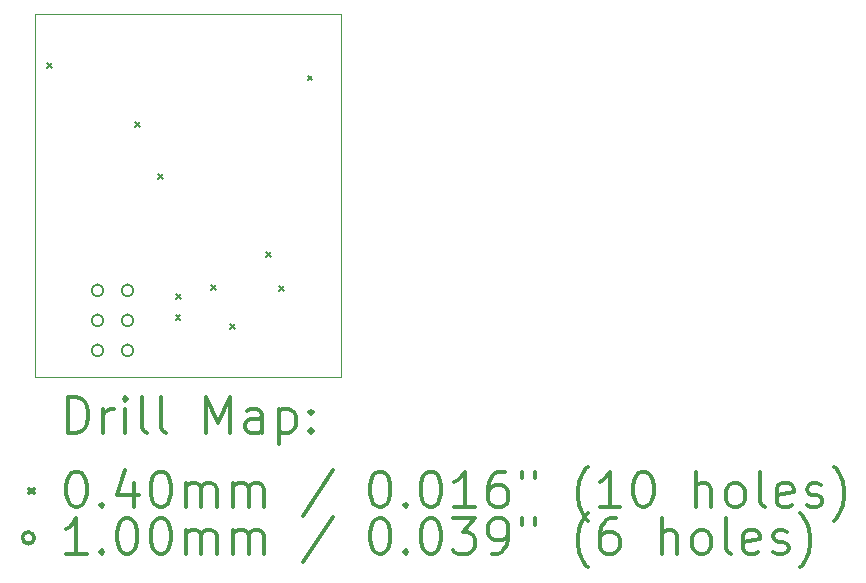
<source format=gbr>
%FSLAX45Y45*%
G04 Gerber Fmt 4.5, Leading zero omitted, Abs format (unit mm)*
G04 Created by KiCad (PCBNEW (5.1.9)-1) date 2021-01-02 03:10:12*
%MOMM*%
%LPD*%
G01*
G04 APERTURE LIST*
%TA.AperFunction,Profile*%
%ADD10C,0.050000*%
%TD*%
%ADD11C,0.200000*%
%ADD12C,0.300000*%
G04 APERTURE END LIST*
D10*
X4419600Y-17576800D02*
X7010400Y-17576800D01*
X4419600Y-14503400D02*
X4419600Y-17576800D01*
X7010400Y-14503400D02*
X4419600Y-14503400D01*
X7010400Y-17576800D02*
X7010400Y-14503400D01*
D11*
X4526600Y-14915200D02*
X4566600Y-14955200D01*
X4566600Y-14915200D02*
X4526600Y-14955200D01*
X5273066Y-15413334D02*
X5313066Y-15453334D01*
X5313066Y-15413334D02*
X5273066Y-15453334D01*
X5463566Y-15857834D02*
X5503566Y-15897834D01*
X5503566Y-15857834D02*
X5463566Y-15897834D01*
X5615564Y-17048560D02*
X5655564Y-17088560D01*
X5655564Y-17048560D02*
X5615564Y-17088560D01*
X5618800Y-16871000D02*
X5658800Y-16911000D01*
X5658800Y-16871000D02*
X5618800Y-16911000D01*
X5916750Y-16794800D02*
X5956750Y-16834800D01*
X5956750Y-16794800D02*
X5916750Y-16834800D01*
X6076000Y-17125000D02*
X6116000Y-17165000D01*
X6116000Y-17125000D02*
X6076000Y-17165000D01*
X6377966Y-16518234D02*
X6417966Y-16558234D01*
X6417966Y-16518234D02*
X6377966Y-16558234D01*
X6489250Y-16801650D02*
X6529250Y-16841650D01*
X6529250Y-16801650D02*
X6489250Y-16841650D01*
X6731320Y-15021880D02*
X6771320Y-15061880D01*
X6771320Y-15021880D02*
X6731320Y-15061880D01*
X5003000Y-16840200D02*
G75*
G03*
X5003000Y-16840200I-50000J0D01*
G01*
X5003000Y-17094200D02*
G75*
G03*
X5003000Y-17094200I-50000J0D01*
G01*
X5003000Y-17348200D02*
G75*
G03*
X5003000Y-17348200I-50000J0D01*
G01*
X5257000Y-16840200D02*
G75*
G03*
X5257000Y-16840200I-50000J0D01*
G01*
X5257000Y-17094200D02*
G75*
G03*
X5257000Y-17094200I-50000J0D01*
G01*
X5257000Y-17348200D02*
G75*
G03*
X5257000Y-17348200I-50000J0D01*
G01*
D12*
X4703528Y-18045014D02*
X4703528Y-17745014D01*
X4774957Y-17745014D01*
X4817814Y-17759300D01*
X4846386Y-17787872D01*
X4860671Y-17816443D01*
X4874957Y-17873586D01*
X4874957Y-17916443D01*
X4860671Y-17973586D01*
X4846386Y-18002157D01*
X4817814Y-18030729D01*
X4774957Y-18045014D01*
X4703528Y-18045014D01*
X5003528Y-18045014D02*
X5003528Y-17845014D01*
X5003528Y-17902157D02*
X5017814Y-17873586D01*
X5032100Y-17859300D01*
X5060671Y-17845014D01*
X5089243Y-17845014D01*
X5189243Y-18045014D02*
X5189243Y-17845014D01*
X5189243Y-17745014D02*
X5174957Y-17759300D01*
X5189243Y-17773586D01*
X5203528Y-17759300D01*
X5189243Y-17745014D01*
X5189243Y-17773586D01*
X5374957Y-18045014D02*
X5346386Y-18030729D01*
X5332100Y-18002157D01*
X5332100Y-17745014D01*
X5532100Y-18045014D02*
X5503528Y-18030729D01*
X5489243Y-18002157D01*
X5489243Y-17745014D01*
X5874957Y-18045014D02*
X5874957Y-17745014D01*
X5974957Y-17959300D01*
X6074957Y-17745014D01*
X6074957Y-18045014D01*
X6346386Y-18045014D02*
X6346386Y-17887872D01*
X6332100Y-17859300D01*
X6303528Y-17845014D01*
X6246386Y-17845014D01*
X6217814Y-17859300D01*
X6346386Y-18030729D02*
X6317814Y-18045014D01*
X6246386Y-18045014D01*
X6217814Y-18030729D01*
X6203528Y-18002157D01*
X6203528Y-17973586D01*
X6217814Y-17945014D01*
X6246386Y-17930729D01*
X6317814Y-17930729D01*
X6346386Y-17916443D01*
X6489243Y-17845014D02*
X6489243Y-18145014D01*
X6489243Y-17859300D02*
X6517814Y-17845014D01*
X6574957Y-17845014D01*
X6603528Y-17859300D01*
X6617814Y-17873586D01*
X6632100Y-17902157D01*
X6632100Y-17987872D01*
X6617814Y-18016443D01*
X6603528Y-18030729D01*
X6574957Y-18045014D01*
X6517814Y-18045014D01*
X6489243Y-18030729D01*
X6760671Y-18016443D02*
X6774957Y-18030729D01*
X6760671Y-18045014D01*
X6746386Y-18030729D01*
X6760671Y-18016443D01*
X6760671Y-18045014D01*
X6760671Y-17859300D02*
X6774957Y-17873586D01*
X6760671Y-17887872D01*
X6746386Y-17873586D01*
X6760671Y-17859300D01*
X6760671Y-17887872D01*
X4377100Y-18519300D02*
X4417100Y-18559300D01*
X4417100Y-18519300D02*
X4377100Y-18559300D01*
X4760671Y-18375014D02*
X4789243Y-18375014D01*
X4817814Y-18389300D01*
X4832100Y-18403586D01*
X4846386Y-18432157D01*
X4860671Y-18489300D01*
X4860671Y-18560729D01*
X4846386Y-18617872D01*
X4832100Y-18646443D01*
X4817814Y-18660729D01*
X4789243Y-18675014D01*
X4760671Y-18675014D01*
X4732100Y-18660729D01*
X4717814Y-18646443D01*
X4703528Y-18617872D01*
X4689243Y-18560729D01*
X4689243Y-18489300D01*
X4703528Y-18432157D01*
X4717814Y-18403586D01*
X4732100Y-18389300D01*
X4760671Y-18375014D01*
X4989243Y-18646443D02*
X5003528Y-18660729D01*
X4989243Y-18675014D01*
X4974957Y-18660729D01*
X4989243Y-18646443D01*
X4989243Y-18675014D01*
X5260671Y-18475014D02*
X5260671Y-18675014D01*
X5189243Y-18360729D02*
X5117814Y-18575014D01*
X5303528Y-18575014D01*
X5474957Y-18375014D02*
X5503528Y-18375014D01*
X5532100Y-18389300D01*
X5546386Y-18403586D01*
X5560671Y-18432157D01*
X5574957Y-18489300D01*
X5574957Y-18560729D01*
X5560671Y-18617872D01*
X5546386Y-18646443D01*
X5532100Y-18660729D01*
X5503528Y-18675014D01*
X5474957Y-18675014D01*
X5446386Y-18660729D01*
X5432100Y-18646443D01*
X5417814Y-18617872D01*
X5403528Y-18560729D01*
X5403528Y-18489300D01*
X5417814Y-18432157D01*
X5432100Y-18403586D01*
X5446386Y-18389300D01*
X5474957Y-18375014D01*
X5703528Y-18675014D02*
X5703528Y-18475014D01*
X5703528Y-18503586D02*
X5717814Y-18489300D01*
X5746386Y-18475014D01*
X5789243Y-18475014D01*
X5817814Y-18489300D01*
X5832100Y-18517872D01*
X5832100Y-18675014D01*
X5832100Y-18517872D02*
X5846386Y-18489300D01*
X5874957Y-18475014D01*
X5917814Y-18475014D01*
X5946386Y-18489300D01*
X5960671Y-18517872D01*
X5960671Y-18675014D01*
X6103528Y-18675014D02*
X6103528Y-18475014D01*
X6103528Y-18503586D02*
X6117814Y-18489300D01*
X6146386Y-18475014D01*
X6189243Y-18475014D01*
X6217814Y-18489300D01*
X6232100Y-18517872D01*
X6232100Y-18675014D01*
X6232100Y-18517872D02*
X6246386Y-18489300D01*
X6274957Y-18475014D01*
X6317814Y-18475014D01*
X6346386Y-18489300D01*
X6360671Y-18517872D01*
X6360671Y-18675014D01*
X6946386Y-18360729D02*
X6689243Y-18746443D01*
X7332100Y-18375014D02*
X7360671Y-18375014D01*
X7389243Y-18389300D01*
X7403528Y-18403586D01*
X7417814Y-18432157D01*
X7432100Y-18489300D01*
X7432100Y-18560729D01*
X7417814Y-18617872D01*
X7403528Y-18646443D01*
X7389243Y-18660729D01*
X7360671Y-18675014D01*
X7332100Y-18675014D01*
X7303528Y-18660729D01*
X7289243Y-18646443D01*
X7274957Y-18617872D01*
X7260671Y-18560729D01*
X7260671Y-18489300D01*
X7274957Y-18432157D01*
X7289243Y-18403586D01*
X7303528Y-18389300D01*
X7332100Y-18375014D01*
X7560671Y-18646443D02*
X7574957Y-18660729D01*
X7560671Y-18675014D01*
X7546386Y-18660729D01*
X7560671Y-18646443D01*
X7560671Y-18675014D01*
X7760671Y-18375014D02*
X7789243Y-18375014D01*
X7817814Y-18389300D01*
X7832100Y-18403586D01*
X7846386Y-18432157D01*
X7860671Y-18489300D01*
X7860671Y-18560729D01*
X7846386Y-18617872D01*
X7832100Y-18646443D01*
X7817814Y-18660729D01*
X7789243Y-18675014D01*
X7760671Y-18675014D01*
X7732100Y-18660729D01*
X7717814Y-18646443D01*
X7703528Y-18617872D01*
X7689243Y-18560729D01*
X7689243Y-18489300D01*
X7703528Y-18432157D01*
X7717814Y-18403586D01*
X7732100Y-18389300D01*
X7760671Y-18375014D01*
X8146386Y-18675014D02*
X7974957Y-18675014D01*
X8060671Y-18675014D02*
X8060671Y-18375014D01*
X8032100Y-18417872D01*
X8003528Y-18446443D01*
X7974957Y-18460729D01*
X8403528Y-18375014D02*
X8346386Y-18375014D01*
X8317814Y-18389300D01*
X8303528Y-18403586D01*
X8274957Y-18446443D01*
X8260671Y-18503586D01*
X8260671Y-18617872D01*
X8274957Y-18646443D01*
X8289243Y-18660729D01*
X8317814Y-18675014D01*
X8374957Y-18675014D01*
X8403528Y-18660729D01*
X8417814Y-18646443D01*
X8432100Y-18617872D01*
X8432100Y-18546443D01*
X8417814Y-18517872D01*
X8403528Y-18503586D01*
X8374957Y-18489300D01*
X8317814Y-18489300D01*
X8289243Y-18503586D01*
X8274957Y-18517872D01*
X8260671Y-18546443D01*
X8546386Y-18375014D02*
X8546386Y-18432157D01*
X8660671Y-18375014D02*
X8660671Y-18432157D01*
X9103528Y-18789300D02*
X9089243Y-18775014D01*
X9060671Y-18732157D01*
X9046386Y-18703586D01*
X9032100Y-18660729D01*
X9017814Y-18589300D01*
X9017814Y-18532157D01*
X9032100Y-18460729D01*
X9046386Y-18417872D01*
X9060671Y-18389300D01*
X9089243Y-18346443D01*
X9103528Y-18332157D01*
X9374957Y-18675014D02*
X9203528Y-18675014D01*
X9289243Y-18675014D02*
X9289243Y-18375014D01*
X9260671Y-18417872D01*
X9232100Y-18446443D01*
X9203528Y-18460729D01*
X9560671Y-18375014D02*
X9589243Y-18375014D01*
X9617814Y-18389300D01*
X9632100Y-18403586D01*
X9646386Y-18432157D01*
X9660671Y-18489300D01*
X9660671Y-18560729D01*
X9646386Y-18617872D01*
X9632100Y-18646443D01*
X9617814Y-18660729D01*
X9589243Y-18675014D01*
X9560671Y-18675014D01*
X9532100Y-18660729D01*
X9517814Y-18646443D01*
X9503528Y-18617872D01*
X9489243Y-18560729D01*
X9489243Y-18489300D01*
X9503528Y-18432157D01*
X9517814Y-18403586D01*
X9532100Y-18389300D01*
X9560671Y-18375014D01*
X10017814Y-18675014D02*
X10017814Y-18375014D01*
X10146386Y-18675014D02*
X10146386Y-18517872D01*
X10132100Y-18489300D01*
X10103528Y-18475014D01*
X10060671Y-18475014D01*
X10032100Y-18489300D01*
X10017814Y-18503586D01*
X10332100Y-18675014D02*
X10303528Y-18660729D01*
X10289243Y-18646443D01*
X10274957Y-18617872D01*
X10274957Y-18532157D01*
X10289243Y-18503586D01*
X10303528Y-18489300D01*
X10332100Y-18475014D01*
X10374957Y-18475014D01*
X10403528Y-18489300D01*
X10417814Y-18503586D01*
X10432100Y-18532157D01*
X10432100Y-18617872D01*
X10417814Y-18646443D01*
X10403528Y-18660729D01*
X10374957Y-18675014D01*
X10332100Y-18675014D01*
X10603528Y-18675014D02*
X10574957Y-18660729D01*
X10560671Y-18632157D01*
X10560671Y-18375014D01*
X10832100Y-18660729D02*
X10803528Y-18675014D01*
X10746386Y-18675014D01*
X10717814Y-18660729D01*
X10703528Y-18632157D01*
X10703528Y-18517872D01*
X10717814Y-18489300D01*
X10746386Y-18475014D01*
X10803528Y-18475014D01*
X10832100Y-18489300D01*
X10846386Y-18517872D01*
X10846386Y-18546443D01*
X10703528Y-18575014D01*
X10960671Y-18660729D02*
X10989243Y-18675014D01*
X11046386Y-18675014D01*
X11074957Y-18660729D01*
X11089243Y-18632157D01*
X11089243Y-18617872D01*
X11074957Y-18589300D01*
X11046386Y-18575014D01*
X11003528Y-18575014D01*
X10974957Y-18560729D01*
X10960671Y-18532157D01*
X10960671Y-18517872D01*
X10974957Y-18489300D01*
X11003528Y-18475014D01*
X11046386Y-18475014D01*
X11074957Y-18489300D01*
X11189243Y-18789300D02*
X11203528Y-18775014D01*
X11232100Y-18732157D01*
X11246386Y-18703586D01*
X11260671Y-18660729D01*
X11274957Y-18589300D01*
X11274957Y-18532157D01*
X11260671Y-18460729D01*
X11246386Y-18417872D01*
X11232100Y-18389300D01*
X11203528Y-18346443D01*
X11189243Y-18332157D01*
X4417100Y-18935300D02*
G75*
G03*
X4417100Y-18935300I-50000J0D01*
G01*
X4860671Y-19071014D02*
X4689243Y-19071014D01*
X4774957Y-19071014D02*
X4774957Y-18771014D01*
X4746386Y-18813872D01*
X4717814Y-18842443D01*
X4689243Y-18856729D01*
X4989243Y-19042443D02*
X5003528Y-19056729D01*
X4989243Y-19071014D01*
X4974957Y-19056729D01*
X4989243Y-19042443D01*
X4989243Y-19071014D01*
X5189243Y-18771014D02*
X5217814Y-18771014D01*
X5246386Y-18785300D01*
X5260671Y-18799586D01*
X5274957Y-18828157D01*
X5289243Y-18885300D01*
X5289243Y-18956729D01*
X5274957Y-19013872D01*
X5260671Y-19042443D01*
X5246386Y-19056729D01*
X5217814Y-19071014D01*
X5189243Y-19071014D01*
X5160671Y-19056729D01*
X5146386Y-19042443D01*
X5132100Y-19013872D01*
X5117814Y-18956729D01*
X5117814Y-18885300D01*
X5132100Y-18828157D01*
X5146386Y-18799586D01*
X5160671Y-18785300D01*
X5189243Y-18771014D01*
X5474957Y-18771014D02*
X5503528Y-18771014D01*
X5532100Y-18785300D01*
X5546386Y-18799586D01*
X5560671Y-18828157D01*
X5574957Y-18885300D01*
X5574957Y-18956729D01*
X5560671Y-19013872D01*
X5546386Y-19042443D01*
X5532100Y-19056729D01*
X5503528Y-19071014D01*
X5474957Y-19071014D01*
X5446386Y-19056729D01*
X5432100Y-19042443D01*
X5417814Y-19013872D01*
X5403528Y-18956729D01*
X5403528Y-18885300D01*
X5417814Y-18828157D01*
X5432100Y-18799586D01*
X5446386Y-18785300D01*
X5474957Y-18771014D01*
X5703528Y-19071014D02*
X5703528Y-18871014D01*
X5703528Y-18899586D02*
X5717814Y-18885300D01*
X5746386Y-18871014D01*
X5789243Y-18871014D01*
X5817814Y-18885300D01*
X5832100Y-18913872D01*
X5832100Y-19071014D01*
X5832100Y-18913872D02*
X5846386Y-18885300D01*
X5874957Y-18871014D01*
X5917814Y-18871014D01*
X5946386Y-18885300D01*
X5960671Y-18913872D01*
X5960671Y-19071014D01*
X6103528Y-19071014D02*
X6103528Y-18871014D01*
X6103528Y-18899586D02*
X6117814Y-18885300D01*
X6146386Y-18871014D01*
X6189243Y-18871014D01*
X6217814Y-18885300D01*
X6232100Y-18913872D01*
X6232100Y-19071014D01*
X6232100Y-18913872D02*
X6246386Y-18885300D01*
X6274957Y-18871014D01*
X6317814Y-18871014D01*
X6346386Y-18885300D01*
X6360671Y-18913872D01*
X6360671Y-19071014D01*
X6946386Y-18756729D02*
X6689243Y-19142443D01*
X7332100Y-18771014D02*
X7360671Y-18771014D01*
X7389243Y-18785300D01*
X7403528Y-18799586D01*
X7417814Y-18828157D01*
X7432100Y-18885300D01*
X7432100Y-18956729D01*
X7417814Y-19013872D01*
X7403528Y-19042443D01*
X7389243Y-19056729D01*
X7360671Y-19071014D01*
X7332100Y-19071014D01*
X7303528Y-19056729D01*
X7289243Y-19042443D01*
X7274957Y-19013872D01*
X7260671Y-18956729D01*
X7260671Y-18885300D01*
X7274957Y-18828157D01*
X7289243Y-18799586D01*
X7303528Y-18785300D01*
X7332100Y-18771014D01*
X7560671Y-19042443D02*
X7574957Y-19056729D01*
X7560671Y-19071014D01*
X7546386Y-19056729D01*
X7560671Y-19042443D01*
X7560671Y-19071014D01*
X7760671Y-18771014D02*
X7789243Y-18771014D01*
X7817814Y-18785300D01*
X7832100Y-18799586D01*
X7846386Y-18828157D01*
X7860671Y-18885300D01*
X7860671Y-18956729D01*
X7846386Y-19013872D01*
X7832100Y-19042443D01*
X7817814Y-19056729D01*
X7789243Y-19071014D01*
X7760671Y-19071014D01*
X7732100Y-19056729D01*
X7717814Y-19042443D01*
X7703528Y-19013872D01*
X7689243Y-18956729D01*
X7689243Y-18885300D01*
X7703528Y-18828157D01*
X7717814Y-18799586D01*
X7732100Y-18785300D01*
X7760671Y-18771014D01*
X7960671Y-18771014D02*
X8146386Y-18771014D01*
X8046386Y-18885300D01*
X8089243Y-18885300D01*
X8117814Y-18899586D01*
X8132100Y-18913872D01*
X8146386Y-18942443D01*
X8146386Y-19013872D01*
X8132100Y-19042443D01*
X8117814Y-19056729D01*
X8089243Y-19071014D01*
X8003528Y-19071014D01*
X7974957Y-19056729D01*
X7960671Y-19042443D01*
X8289243Y-19071014D02*
X8346386Y-19071014D01*
X8374957Y-19056729D01*
X8389243Y-19042443D01*
X8417814Y-18999586D01*
X8432100Y-18942443D01*
X8432100Y-18828157D01*
X8417814Y-18799586D01*
X8403528Y-18785300D01*
X8374957Y-18771014D01*
X8317814Y-18771014D01*
X8289243Y-18785300D01*
X8274957Y-18799586D01*
X8260671Y-18828157D01*
X8260671Y-18899586D01*
X8274957Y-18928157D01*
X8289243Y-18942443D01*
X8317814Y-18956729D01*
X8374957Y-18956729D01*
X8403528Y-18942443D01*
X8417814Y-18928157D01*
X8432100Y-18899586D01*
X8546386Y-18771014D02*
X8546386Y-18828157D01*
X8660671Y-18771014D02*
X8660671Y-18828157D01*
X9103528Y-19185300D02*
X9089243Y-19171014D01*
X9060671Y-19128157D01*
X9046386Y-19099586D01*
X9032100Y-19056729D01*
X9017814Y-18985300D01*
X9017814Y-18928157D01*
X9032100Y-18856729D01*
X9046386Y-18813872D01*
X9060671Y-18785300D01*
X9089243Y-18742443D01*
X9103528Y-18728157D01*
X9346386Y-18771014D02*
X9289243Y-18771014D01*
X9260671Y-18785300D01*
X9246386Y-18799586D01*
X9217814Y-18842443D01*
X9203528Y-18899586D01*
X9203528Y-19013872D01*
X9217814Y-19042443D01*
X9232100Y-19056729D01*
X9260671Y-19071014D01*
X9317814Y-19071014D01*
X9346386Y-19056729D01*
X9360671Y-19042443D01*
X9374957Y-19013872D01*
X9374957Y-18942443D01*
X9360671Y-18913872D01*
X9346386Y-18899586D01*
X9317814Y-18885300D01*
X9260671Y-18885300D01*
X9232100Y-18899586D01*
X9217814Y-18913872D01*
X9203528Y-18942443D01*
X9732100Y-19071014D02*
X9732100Y-18771014D01*
X9860671Y-19071014D02*
X9860671Y-18913872D01*
X9846386Y-18885300D01*
X9817814Y-18871014D01*
X9774957Y-18871014D01*
X9746386Y-18885300D01*
X9732100Y-18899586D01*
X10046386Y-19071014D02*
X10017814Y-19056729D01*
X10003528Y-19042443D01*
X9989243Y-19013872D01*
X9989243Y-18928157D01*
X10003528Y-18899586D01*
X10017814Y-18885300D01*
X10046386Y-18871014D01*
X10089243Y-18871014D01*
X10117814Y-18885300D01*
X10132100Y-18899586D01*
X10146386Y-18928157D01*
X10146386Y-19013872D01*
X10132100Y-19042443D01*
X10117814Y-19056729D01*
X10089243Y-19071014D01*
X10046386Y-19071014D01*
X10317814Y-19071014D02*
X10289243Y-19056729D01*
X10274957Y-19028157D01*
X10274957Y-18771014D01*
X10546386Y-19056729D02*
X10517814Y-19071014D01*
X10460671Y-19071014D01*
X10432100Y-19056729D01*
X10417814Y-19028157D01*
X10417814Y-18913872D01*
X10432100Y-18885300D01*
X10460671Y-18871014D01*
X10517814Y-18871014D01*
X10546386Y-18885300D01*
X10560671Y-18913872D01*
X10560671Y-18942443D01*
X10417814Y-18971014D01*
X10674957Y-19056729D02*
X10703528Y-19071014D01*
X10760671Y-19071014D01*
X10789243Y-19056729D01*
X10803528Y-19028157D01*
X10803528Y-19013872D01*
X10789243Y-18985300D01*
X10760671Y-18971014D01*
X10717814Y-18971014D01*
X10689243Y-18956729D01*
X10674957Y-18928157D01*
X10674957Y-18913872D01*
X10689243Y-18885300D01*
X10717814Y-18871014D01*
X10760671Y-18871014D01*
X10789243Y-18885300D01*
X10903528Y-19185300D02*
X10917814Y-19171014D01*
X10946386Y-19128157D01*
X10960671Y-19099586D01*
X10974957Y-19056729D01*
X10989243Y-18985300D01*
X10989243Y-18928157D01*
X10974957Y-18856729D01*
X10960671Y-18813872D01*
X10946386Y-18785300D01*
X10917814Y-18742443D01*
X10903528Y-18728157D01*
M02*

</source>
